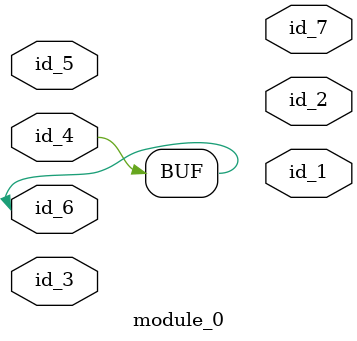
<source format=v>
module module_0 (
    id_1,
    id_2,
    id_3,
    id_4,
    id_5,
    id_6,
    id_7
);
  output id_7;
  inout id_6;
  input id_5;
  input id_4;
  input id_3;
  output id_2;
  output id_1;
  assign id_6 = 1 == id_4;
endmodule

</source>
